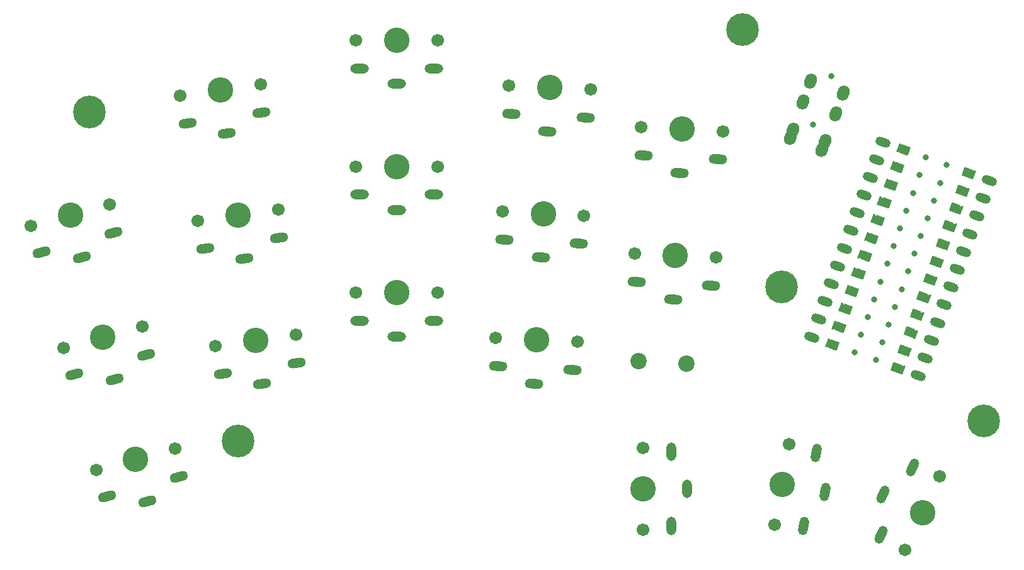
<source format=gbr>
%TF.GenerationSoftware,KiCad,Pcbnew,7.0.10*%
%TF.CreationDate,2024-03-11T00:33:33+01:00*%
%TF.ProjectId,test_reverse_controller,74657374-5f72-4657-9665-7273655f636f,rev?*%
%TF.SameCoordinates,Original*%
%TF.FileFunction,Soldermask,Bot*%
%TF.FilePolarity,Negative*%
%FSLAX46Y46*%
G04 Gerber Fmt 4.6, Leading zero omitted, Abs format (unit mm)*
G04 Created by KiCad (PCBNEW 7.0.10) date 2024-03-11 00:33:33*
%MOMM*%
%LPD*%
G01*
G04 APERTURE LIST*
G04 Aperture macros list*
%AMHorizOval*
0 Thick line with rounded ends*
0 $1 width*
0 $2 $3 position (X,Y) of the first rounded end (center of the circle)*
0 $4 $5 position (X,Y) of the second rounded end (center of the circle)*
0 Add line between two ends*
20,1,$1,$2,$3,$4,$5,0*
0 Add two circle primitives to create the rounded ends*
1,1,$1,$2,$3*
1,1,$1,$4,$5*%
%AMFreePoly0*
4,1,6,0.600001,0.200000,0.000000,-0.400000,-0.600001,0.200000,-0.600000,0.400000,0.600000,0.400000,0.600001,0.200000,0.600001,0.200000,$1*%
%AMFreePoly1*
4,1,6,0.600000,-0.250000,-0.600000,-0.250000,-0.600000,1.000000,0.000000,0.400000,0.600000,1.000001,0.600000,-0.250000,0.600000,-0.250000,$1*%
G04 Aperture macros list end*
%ADD10C,0.100000*%
%ADD11C,0.800000*%
%ADD12HorizOval,1.600000X0.085505X0.234923X-0.085505X-0.234923X0*%
%ADD13HorizOval,1.600000X-0.085505X-0.234923X0.085505X0.234923X0*%
%ADD14HorizOval,1.600000X-0.068404X-0.187939X0.068404X0.187939X0*%
%ADD15HorizOval,1.600000X0.068404X0.187939X-0.068404X-0.187939X0*%
%ADD16C,1.701800*%
%ADD17C,3.429000*%
%ADD18O,2.500000X1.300000*%
%ADD19HorizOval,1.200000X0.422862X-0.153909X-0.422862X0.153909X0*%
%ADD20FreePoly0,70.000000*%
%ADD21FreePoly0,250.000000*%
%ADD22FreePoly1,70.000000*%
%ADD23FreePoly1,250.000000*%
%ADD24HorizOval,1.300000X-0.599178X0.031402X0.599178X-0.031402X0*%
%ADD25HorizOval,1.300000X-0.104189X-0.590885X0.104189X0.590885X0*%
%ADD26HorizOval,1.300000X-0.594161X-0.083504X0.594161X0.083504X0*%
%ADD27HorizOval,1.300000X-0.579555X-0.155291X0.579555X0.155291X0*%
%ADD28C,4.400000*%
%ADD29C,2.200000*%
%ADD30HorizOval,1.300000X0.253571X0.543785X-0.253571X-0.543785X0*%
%ADD31O,1.300000X2.500000*%
G04 APERTURE END LIST*
%TO.C,U1*%
D10*
X168637928Y-78429940D02*
X168290436Y-79384668D01*
X167335708Y-79037175D01*
X167683201Y-78082447D01*
X168637928Y-78429940D01*
G36*
X168637928Y-78429940D02*
G01*
X168290436Y-79384668D01*
X167335708Y-79037175D01*
X167683201Y-78082447D01*
X168637928Y-78429940D01*
G37*
X167769197Y-80816759D02*
X167421705Y-81771487D01*
X166466977Y-81423994D01*
X166814469Y-80469267D01*
X167769197Y-80816759D01*
G36*
X167769197Y-80816759D02*
G01*
X167421705Y-81771487D01*
X166466977Y-81423994D01*
X166814469Y-80469267D01*
X167769197Y-80816759D01*
G37*
X166900466Y-83203578D02*
X166552973Y-84158306D01*
X165598246Y-83810814D01*
X165945738Y-82856086D01*
X166900466Y-83203578D01*
G36*
X166900466Y-83203578D02*
G01*
X166552973Y-84158306D01*
X165598246Y-83810814D01*
X165945738Y-82856086D01*
X166900466Y-83203578D01*
G37*
X166031735Y-85590398D02*
X165684242Y-86545125D01*
X164729515Y-86197633D01*
X165077007Y-85242905D01*
X166031735Y-85590398D01*
G36*
X166031735Y-85590398D02*
G01*
X165684242Y-86545125D01*
X164729515Y-86197633D01*
X165077007Y-85242905D01*
X166031735Y-85590398D01*
G37*
X165163004Y-87977217D02*
X164815511Y-88931945D01*
X163860783Y-88584452D01*
X164208276Y-87629725D01*
X165163004Y-87977217D01*
G36*
X165163004Y-87977217D02*
G01*
X164815511Y-88931945D01*
X163860783Y-88584452D01*
X164208276Y-87629725D01*
X165163004Y-87977217D01*
G37*
X164293246Y-90366855D02*
X163945754Y-91321583D01*
X162991026Y-90974091D01*
X163338519Y-90019363D01*
X164293246Y-90366855D01*
G36*
X164293246Y-90366855D02*
G01*
X163945754Y-91321583D01*
X162991026Y-90974091D01*
X163338519Y-90019363D01*
X164293246Y-90366855D01*
G37*
X163425541Y-92750855D02*
X163078049Y-93705583D01*
X162123321Y-93358091D01*
X162470814Y-92403363D01*
X163425541Y-92750855D01*
G36*
X163425541Y-92750855D02*
G01*
X163078049Y-93705583D01*
X162123321Y-93358091D01*
X162470814Y-92403363D01*
X163425541Y-92750855D01*
G37*
X162556810Y-95137675D02*
X162209318Y-96092402D01*
X161254590Y-95744910D01*
X161602082Y-94790182D01*
X162556810Y-95137675D01*
G36*
X162556810Y-95137675D02*
G01*
X162209318Y-96092402D01*
X161254590Y-95744910D01*
X161602082Y-94790182D01*
X162556810Y-95137675D01*
G37*
X161688079Y-97524494D02*
X161340586Y-98479222D01*
X160385859Y-98131729D01*
X160733351Y-97177002D01*
X161688079Y-97524494D01*
G36*
X161688079Y-97524494D02*
G01*
X161340586Y-98479222D01*
X160385859Y-98131729D01*
X160733351Y-97177002D01*
X161688079Y-97524494D01*
G37*
X160819348Y-99911313D02*
X160471855Y-100866041D01*
X159517128Y-100518549D01*
X159864620Y-99563821D01*
X160819348Y-99911313D01*
G36*
X160819348Y-99911313D02*
G01*
X160471855Y-100866041D01*
X159517128Y-100518549D01*
X159864620Y-99563821D01*
X160819348Y-99911313D01*
G37*
X159950617Y-102298133D02*
X159603124Y-103252860D01*
X158648396Y-102905368D01*
X158995889Y-101950640D01*
X159950617Y-102298133D01*
G36*
X159950617Y-102298133D02*
G01*
X159603124Y-103252860D01*
X158648396Y-102905368D01*
X158995889Y-101950640D01*
X159950617Y-102298133D01*
G37*
X159081885Y-104684952D02*
X158734393Y-105639679D01*
X157779665Y-105292187D01*
X158127158Y-104337459D01*
X159081885Y-104684952D01*
G36*
X159081885Y-104684952D02*
G01*
X158734393Y-105639679D01*
X157779665Y-105292187D01*
X158127158Y-104337459D01*
X159081885Y-104684952D01*
G37*
X177761592Y-81750682D02*
X177414099Y-82705410D01*
X176459372Y-82357917D01*
X176806864Y-81403189D01*
X177761592Y-81750682D01*
G36*
X177761592Y-81750682D02*
G01*
X177414099Y-82705410D01*
X176459372Y-82357917D01*
X176806864Y-81403189D01*
X177761592Y-81750682D01*
G37*
X176892861Y-84137501D02*
X176545368Y-85092229D01*
X175590640Y-84744736D01*
X175938133Y-83790009D01*
X176892861Y-84137501D01*
G36*
X176892861Y-84137501D02*
G01*
X176545368Y-85092229D01*
X175590640Y-84744736D01*
X175938133Y-83790009D01*
X176892861Y-84137501D01*
G37*
X176024129Y-86524320D02*
X175676637Y-87479048D01*
X174721909Y-87131556D01*
X175069402Y-86176828D01*
X176024129Y-86524320D01*
G36*
X176024129Y-86524320D02*
G01*
X175676637Y-87479048D01*
X174721909Y-87131556D01*
X175069402Y-86176828D01*
X176024129Y-86524320D01*
G37*
X175155398Y-88911140D02*
X174807906Y-89865867D01*
X173853178Y-89518375D01*
X174200671Y-88563647D01*
X175155398Y-88911140D01*
G36*
X175155398Y-88911140D02*
G01*
X174807906Y-89865867D01*
X173853178Y-89518375D01*
X174200671Y-88563647D01*
X175155398Y-88911140D01*
G37*
X174286667Y-91297959D02*
X173939175Y-92252687D01*
X172984447Y-91905194D01*
X173331939Y-90950466D01*
X174286667Y-91297959D01*
G36*
X174286667Y-91297959D02*
G01*
X173939175Y-92252687D01*
X172984447Y-91905194D01*
X173331939Y-90950466D01*
X174286667Y-91297959D01*
G37*
X173416910Y-93687597D02*
X173069417Y-94642325D01*
X172114690Y-94294833D01*
X172462182Y-93340105D01*
X173416910Y-93687597D01*
G36*
X173416910Y-93687597D02*
G01*
X173069417Y-94642325D01*
X172114690Y-94294833D01*
X172462182Y-93340105D01*
X173416910Y-93687597D01*
G37*
X172549205Y-96071597D02*
X172201712Y-97026325D01*
X171246985Y-96678833D01*
X171594477Y-95724105D01*
X172549205Y-96071597D01*
G36*
X172549205Y-96071597D02*
G01*
X172201712Y-97026325D01*
X171246985Y-96678833D01*
X171594477Y-95724105D01*
X172549205Y-96071597D01*
G37*
X171680474Y-98458417D02*
X171332981Y-99413144D01*
X170378254Y-99065652D01*
X170725746Y-98110924D01*
X171680474Y-98458417D01*
G36*
X171680474Y-98458417D02*
G01*
X171332981Y-99413144D01*
X170378254Y-99065652D01*
X170725746Y-98110924D01*
X171680474Y-98458417D01*
G37*
X170811743Y-100845236D02*
X170464250Y-101799964D01*
X169509522Y-101452471D01*
X169857015Y-100497744D01*
X170811743Y-100845236D01*
G36*
X170811743Y-100845236D02*
G01*
X170464250Y-101799964D01*
X169509522Y-101452471D01*
X169857015Y-100497744D01*
X170811743Y-100845236D01*
G37*
X169943011Y-103232055D02*
X169595519Y-104186783D01*
X168640791Y-103839290D01*
X168988284Y-102884563D01*
X169943011Y-103232055D01*
G36*
X169943011Y-103232055D02*
G01*
X169595519Y-104186783D01*
X168640791Y-103839290D01*
X168988284Y-102884563D01*
X169943011Y-103232055D01*
G37*
X169074280Y-105618874D02*
X168726788Y-106573602D01*
X167772060Y-106226110D01*
X168119552Y-105271382D01*
X169074280Y-105618874D01*
G36*
X169074280Y-105618874D02*
G01*
X168726788Y-106573602D01*
X167772060Y-106226110D01*
X168119552Y-105271382D01*
X169074280Y-105618874D01*
G37*
X168205549Y-108005694D02*
X167858057Y-108960421D01*
X166903329Y-108612929D01*
X167250821Y-107658201D01*
X168205549Y-108005694D01*
G36*
X168205549Y-108005694D02*
G01*
X167858057Y-108960421D01*
X166903329Y-108612929D01*
X167250821Y-107658201D01*
X168205549Y-108005694D01*
G37*
%TD*%
D11*
%TO.C,J2*%
X158393788Y-68903508D03*
X155999647Y-75481357D03*
D12*
X154624171Y-72447981D03*
D13*
X158981788Y-74012741D03*
D12*
X155650231Y-69628903D03*
D13*
X160007849Y-71193663D03*
D14*
X152914899Y-77231880D03*
D15*
X157202454Y-78813706D03*
D12*
X153256090Y-76206752D03*
D13*
X157613708Y-77771511D03*
%TD*%
D16*
%TO.C,SW12*%
X94500001Y-98100000D03*
D17*
X100000000Y-98100000D03*
X100000000Y-98100000D03*
D16*
X105500000Y-98100000D03*
D18*
X100000000Y-104000000D03*
X95000000Y-101900000D03*
X105000000Y-101900000D03*
%TD*%
D19*
%TO.C,U1*%
X165397879Y-77794453D03*
X164529147Y-80181272D03*
X163660416Y-82568092D03*
X162791685Y-84954911D03*
X161922954Y-87341730D03*
X161054223Y-89728549D03*
X160185492Y-92115369D03*
X159316760Y-94502188D03*
X158448029Y-96889007D03*
X157579298Y-99275826D03*
X155841836Y-104049465D03*
X156710568Y-101662646D03*
D20*
X167748136Y-78646684D03*
X166879405Y-81033504D03*
X166010674Y-83420323D03*
X165141943Y-85807142D03*
X164273212Y-88193961D03*
X163403454Y-90583600D03*
X162535749Y-92967600D03*
X161667018Y-95354419D03*
X160798287Y-97741239D03*
X159929556Y-100128058D03*
X159060825Y-102514877D03*
X158192093Y-104901696D03*
D21*
X177349164Y-82141173D03*
X176480432Y-84527992D03*
X175611701Y-86914811D03*
X174742970Y-89301630D03*
X173874239Y-91688450D03*
X173004482Y-94078088D03*
X172136777Y-96462088D03*
X171268046Y-98848907D03*
X170399314Y-101235727D03*
X169530583Y-103622546D03*
X168661852Y-106009365D03*
X167793121Y-108396184D03*
D19*
X179700000Y-83000000D03*
X178831269Y-85386820D03*
X177962538Y-87773638D03*
X177093807Y-90160458D03*
X176225076Y-92547277D03*
X175356344Y-94934096D03*
X174487614Y-97320914D03*
X173618882Y-99707735D03*
X172750151Y-102094554D03*
X171881420Y-104481373D03*
X171012689Y-106868192D03*
X170143957Y-109255013D03*
D22*
X168702864Y-78994177D03*
D11*
X171138085Y-79883717D03*
D22*
X167834133Y-81380996D03*
D11*
X170269354Y-82270537D03*
D22*
X166965402Y-83767815D03*
D11*
X169400623Y-84657356D03*
D22*
X166096670Y-86154635D03*
D11*
X168531891Y-87044175D03*
D22*
X165227939Y-88541454D03*
D11*
X167663160Y-89430994D03*
D22*
X164358182Y-90931092D03*
D11*
X166793403Y-91820633D03*
D22*
X163490477Y-93315092D03*
D11*
X165925698Y-94204633D03*
D22*
X162621746Y-95701912D03*
D11*
X165056967Y-96591452D03*
D22*
X161753015Y-98088731D03*
D11*
X164188236Y-98978271D03*
D22*
X160884283Y-100475550D03*
D11*
X163319504Y-101365091D03*
D22*
X160015552Y-102862369D03*
D11*
X162450773Y-103751910D03*
D22*
X159146821Y-105249189D03*
D11*
X161582042Y-106138729D03*
X164401120Y-107164790D03*
D23*
X166838393Y-108048692D03*
D11*
X165269851Y-104777970D03*
D23*
X167707124Y-105661873D03*
D11*
X166138582Y-102391151D03*
D23*
X168575855Y-103275054D03*
D11*
X167007313Y-100004332D03*
D23*
X169444587Y-100888234D03*
D11*
X167876045Y-97617513D03*
D23*
X170313318Y-98501415D03*
D11*
X168744776Y-95230693D03*
D23*
X171182049Y-96114596D03*
D11*
X169612481Y-92846693D03*
D23*
X172049754Y-93730596D03*
D11*
X170482238Y-90457055D03*
D23*
X172919511Y-91340957D03*
D11*
X171350969Y-88070236D03*
D23*
X173788242Y-88954138D03*
D11*
X172219700Y-85683416D03*
D23*
X174656974Y-86567319D03*
D11*
X173088432Y-83296597D03*
D23*
X175525705Y-84180499D03*
D11*
X173957163Y-80909778D03*
D23*
X176394436Y-81793680D03*
%TD*%
D16*
%TO.C,SW6*%
X131979717Y-92779146D03*
D17*
X137472178Y-93066994D03*
X137472178Y-93066994D03*
D16*
X142964640Y-93354842D03*
D24*
X137163396Y-98958908D03*
X132280154Y-96600106D03*
X142266449Y-97123466D03*
%TD*%
D16*
%TO.C,SW16*%
X150842151Y-129326332D03*
D17*
X151797216Y-123909890D03*
X151797216Y-123909890D03*
D16*
X152752281Y-118493447D03*
D25*
X157607582Y-124934414D03*
X154671245Y-129493792D03*
X156407726Y-119645714D03*
%TD*%
D16*
%TO.C,SW4*%
X70866463Y-71588313D03*
D17*
X76312936Y-70822861D03*
X76312936Y-70822861D03*
D16*
X81759410Y-70057409D03*
D26*
X77134057Y-76665443D03*
X71890453Y-75281745D03*
X81793134Y-73890014D03*
%TD*%
D16*
%TO.C,SW14*%
X59600301Y-121935281D03*
D17*
X64912892Y-120511777D03*
X64912892Y-120511777D03*
D16*
X70225484Y-119088272D03*
D27*
X66439924Y-126210739D03*
X61066775Y-125476390D03*
X70726034Y-122888200D03*
%TD*%
D28*
%TO.C,*%
X58700000Y-73800000D03*
%TD*%
D16*
%TO.C,SW9*%
X73232406Y-88422870D03*
D17*
X78678879Y-87657418D03*
X78678879Y-87657418D03*
D16*
X84125353Y-86891966D03*
D26*
X79500000Y-93500000D03*
X74256396Y-92116302D03*
X84159077Y-90724571D03*
%TD*%
D16*
%TO.C,SW2*%
X115102980Y-70178978D03*
D17*
X120595441Y-70466826D03*
X120595441Y-70466826D03*
D16*
X126087903Y-70754674D03*
D24*
X120286659Y-76358740D03*
X115403417Y-73999938D03*
X125389712Y-74523298D03*
%TD*%
D28*
%TO.C,*%
X146500000Y-62700000D03*
%TD*%
D16*
%TO.C,SW13*%
X75598349Y-105257427D03*
D17*
X81044822Y-104491975D03*
X81044822Y-104491975D03*
D16*
X86491296Y-103726523D03*
D26*
X81865943Y-110334557D03*
X76622339Y-108950859D03*
X86525020Y-107559128D03*
%TD*%
D28*
%TO.C,*%
X178900000Y-115350000D03*
%TD*%
D29*
%TO.C,RSW2*%
X138995546Y-107670092D03*
X132504454Y-107329908D03*
%TD*%
D16*
%TO.C,SW15*%
X173021616Y-122758756D03*
D17*
X170697216Y-127743448D03*
X170697216Y-127743448D03*
D16*
X168372816Y-132728141D03*
D30*
X165350000Y-125250000D03*
X169366338Y-121605960D03*
X165140155Y-130669038D03*
%TD*%
D28*
%TO.C,*%
X151750000Y-97275000D03*
%TD*%
D16*
%TO.C,SW5*%
X50800453Y-89093803D03*
D17*
X56113044Y-87670299D03*
X56113044Y-87670299D03*
D16*
X61425636Y-86246794D03*
D27*
X57640076Y-93369261D03*
X52266927Y-92634912D03*
X61926186Y-90046722D03*
%TD*%
D28*
%TO.C,*%
X78650000Y-118050000D03*
%TD*%
D16*
%TO.C,SW7*%
X114213268Y-87155680D03*
D17*
X119705729Y-87443528D03*
X119705729Y-87443528D03*
D16*
X125198191Y-87731376D03*
D24*
X119396947Y-93335442D03*
X114513705Y-90976640D03*
X124500000Y-91500000D03*
%TD*%
D16*
%TO.C,SW8*%
X94500001Y-81100000D03*
D17*
X100000000Y-81100000D03*
X100000000Y-81100000D03*
D16*
X105500000Y-81100000D03*
D18*
X100000000Y-87000000D03*
X95000000Y-84900000D03*
X105000000Y-84900000D03*
%TD*%
D16*
%TO.C,SW1*%
X132869428Y-75802444D03*
D17*
X138361889Y-76090292D03*
X138361889Y-76090292D03*
D16*
X143854351Y-76378140D03*
D24*
X138053107Y-81982206D03*
X133169865Y-79623404D03*
X143156160Y-80146764D03*
%TD*%
D16*
%TO.C,SW3*%
X94500001Y-64100000D03*
D17*
X100000000Y-64100000D03*
X100000000Y-64100000D03*
D16*
X105500000Y-64100000D03*
D18*
X100000000Y-70000000D03*
X95000000Y-67900000D03*
X105000000Y-67900000D03*
%TD*%
D16*
%TO.C,SW10*%
X55200377Y-105514542D03*
D17*
X60512968Y-104091038D03*
X60512968Y-104091038D03*
D16*
X65825560Y-102667533D03*
D27*
X62040000Y-109790000D03*
X56666851Y-109055651D03*
X66326110Y-106467461D03*
%TD*%
D16*
%TO.C,SW17*%
X133126310Y-130010907D03*
D17*
X133126310Y-124510908D03*
X133126310Y-124510908D03*
D16*
X133126310Y-119010908D03*
D31*
X139026310Y-124510908D03*
X136926310Y-129510908D03*
X136926310Y-119510908D03*
%TD*%
D16*
%TO.C,SW11*%
X113323557Y-104132382D03*
D17*
X118816018Y-104420230D03*
X118816018Y-104420230D03*
D16*
X124308480Y-104708078D03*
D24*
X118507236Y-110312144D03*
X113623994Y-107953342D03*
X123610289Y-108476702D03*
%TD*%
M02*

</source>
